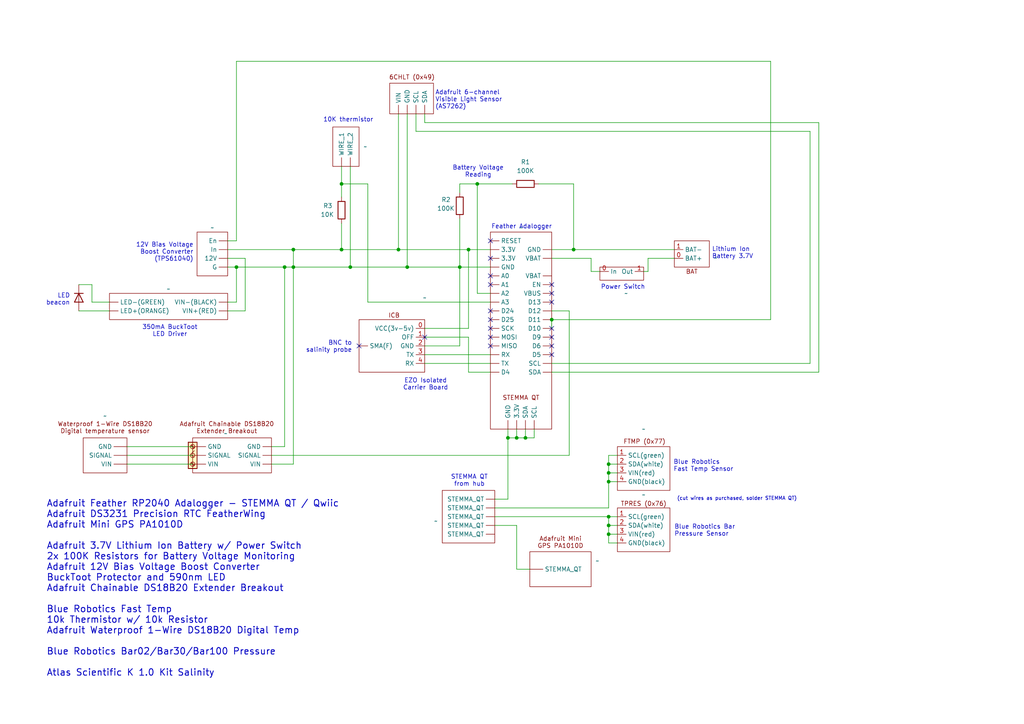
<source format=kicad_sch>
(kicad_sch (version 20231120) (generator "eeschema") (generator_version "8.0")
  (paper "A4")
  (title_block (title "SeaLabMOS (all sensors)") (date "2025-09-21") (rev "1") (company "Aspect Wave LLC") (comment 1 "LED beacon on heatsink") (comment 2 "STEMMA QT ports simplified") (comment 3 "All sensors listed bottom left"))
  (lib_symbols
    (symbol "Device:D" (pin_numbers hide) (pin_names (offset 1.016) hide)
      (property "Reference" "D" (at 0 2.54 0))
      (property "Value" "D" (at 0 -2.54 0))
      (symbol "D_0_1"
        (polyline (pts (xy -1.27 1.27) (xy -1.27 -1.27)) (stroke (width 0.254)))
        (polyline (pts (xy 1.27 0) (xy -1.27 0)))
        (polyline (pts (xy 1.27 1.27) (xy 1.27 -1.27) (xy -1.27 0) (xy 1.27 1.27)) (stroke (width 0.254)))
      )
      (symbol "D_1_1"
        (pin passive line (at -3.81 0 0) (length 2.54) (name "K") (number "1"))
        (pin passive line (at 3.81 0 180) (length 2.54) (name "A") (number "2"))
      )
    )
    (symbol "Device:R" (pin_numbers hide) (pin_names (offset 0))
      (property "Reference" "R" (at 2.032 0 90))
      (property "Value" "R" (at 0 0 90))
      (symbol "R_0_1"
        (rectangle (start -1.016 -2.54) (end 1.016 2.54) (stroke (width 0.254)))
      )
      (symbol "R_1_1"
        (pin passive line (at 0 3.81 270) (length 1.27) (name "~") (number "1"))
        (pin passive line (at 0 -3.81 90) (length 1.27) (name "~") (number "2"))
      )
    )
    (symbol "Soph_parts:AdafruitReedSwitch"
      (property "Reference" "U" (at -3.81 -2.54 0))
      (symbol "AdafruitReedSwitch_0_1"
        (rectangle (start -5.08 -3.81) (end 7.62 -7.62))
      )
      (symbol "AdafruitReedSwitch_1_1"
        (pin bidirectional line (at 7.62 -6.35 180) (length 2.54) (name "In") (number "0"))
        (pin bidirectional line (at -5.08 -6.35 0) (length 2.54) (name "Out") (number "1"))
      )
    )
    (symbol "Soph_parts:Atlas_Scientific_Isolated_Carrier_Board"
      (property "Reference" "AtlastScientificCarrier" (at -8.89 -1.27 0))
      (symbol "Atlas_Scientific_Isolated_Carrier_Board_1_1"
        (rectangle (start -19.05 -6.35) (end 0 -21.59))
        (text private "https://atlas-scientific.com/carrier-boards/electrically-isolated-ezo-carrier-board-gen-2/" (at -2.54 6.35 0) (effects (font (size 1.27 1.27))))
        (text "ICB" (at -8.89 -5.08 0) (effects (font (size 1.27 1.27))))
        (pin bidirectional line (at -19.05 -13.97 0) (length 2.54) (name "SMA(F)") (number ""))
        (pin bidirectional line (at 0 -8.89 180) (length 2.54) (name "VCC(3v-5v)") (number "0"))
        (pin bidirectional line (at 0 -11.43 180) (length 2.54) (name "OFF") (number "1"))
        (pin bidirectional line (at 0 -13.97 180) (length 2.54) (name "GND") (number "2"))
        (pin bidirectional line (at 0 -16.51 180) (length 2.54) (name "TX") (number "3"))
        (pin bidirectional line (at 0 -19.05 180) (length 2.54) (name "RX") (number "4"))
      )
    )
    (symbol "Soph_parts:Blue_Robotics_Bar30_High-Resolution_300m_Depth/Pressure"
      (property "Value" "~" (at 0 0 0))
      (symbol "Blue_Robotics_Bar30_High-Resolution_300m_Depth/Pressure_1_1"
        (rectangle (start -7.62 -3.81) (end 7.62 -16.51))
        (text "TPRES (0x76)" (at 0 -2.54 0) (effects (font (size 1.27 1.27))))
        (pin bidirectional line (at -7.62 -6.35 0) (length 2.54) (name "SCL(green)") (number "1"))
        (pin bidirectional line (at -7.62 -8.89 0) (length 2.54) (name "SDA(white)") (number "2"))
        (pin bidirectional line (at -7.62 -11.43 0) (length 2.54) (name "VIN(red)") (number "3"))
        (pin bidirectional line (at -7.62 -13.97 0) (length 2.54) (name "GND(black)") (number "4"))
      )
    )
    (symbol "Soph_parts:Blue_Robotics_Celsius_Fast-Response,_±0.1°C_Temperature_Sensor"
      (property "Value" "~" (at 0 0 0))
      (symbol "Blue_Robotics_Celsius_Fast-Response,_±0.1°C_Temperature_Sensor_0_1"
        (rectangle (start -7.62 -5.08) (end 7.62 -17.78))
      )
      (symbol "Blue_Robotics_Celsius_Fast-Response,_±0.1°C_Temperature_Sensor_1_1"
        (text private "Celsius Fast-Response, ±0.1°C Temperature Sensor\nhttps://bluerobotics.com/store/electronics/celsius-sensor-r1/" (at 0 -22.86 0) (effects (font (size 1.27 1.27))))
        (text "FTMP (0x77)" (at 0.254 -3.556 0) (effects (font (size 1.27 1.27))))
        (pin bidirectional line (at -7.62 -7.62 0) (length 2.54) (name "SCL(green)") (number "1"))
        (pin bidirectional line (at -7.62 -10.16 0) (length 2.54) (name "SDA(white)") (number "2"))
        (pin bidirectional line (at -7.62 -12.7 0) (length 2.54) (name "VIN(red)") (number "3"))
        (pin bidirectional line (at -7.62 -15.24 0) (length 2.54) (name "GND(black)") (number "4"))
      )
    )
    (symbol "Soph_parts:Lithium_Ion_Polymer_Battery_-_3.7v_100mAh"
      (property "Reference" "U" (at 0 0 0))
      (symbol "Lithium_Ion_Polymer_Battery_-_3.7v_100mAh_0_1"
        (rectangle (start -5.08 -3.81) (end 5.08 -11.43))
      )
      (symbol "Lithium_Ion_Polymer_Battery_-_3.7v_100mAh_1_1"
        (text "BAT" (at 0 -2.54 0) (effects (font (size 1.27 1.27))))
        (text private "Lithium Ion Polymer Battery - 3.7v 100mAh\nhttps://www.adafruit.com/product/1570" (at 0 -16.51 0) (effects (font (size 1.27 1.27))))
        (pin bidirectional line (at 5.08 -6.35 180) (length 2.54) (name "BAT+") (number "0"))
        (pin bidirectional line (at 5.08 -8.89 180) (length 2.54) (name "BAT-") (number "1"))
      )
    )
    (symbol "ctd:7027_bucktoot_350ma"
      (property "Reference" "U" (at 0 -0.254 0))
      (symbol "7027_bucktoot_350ma_0_1"
        (rectangle (start -16.51 -2.54) (end 17.78 -10.16))
      )
      (symbol "7027_bucktoot_350ma_1_1"
        (pin bidirectional line (at 17.78 -5.08 180) (length 2.54) (name "LED+(ORANGE)") (number ""))
        (pin bidirectional line (at 17.78 -7.62 180) (length 2.54) (name "LED-(GREEN)") (number ""))
        (pin bidirectional line (at -16.51 -5.08 0) (length 2.54) (name "VIN+(RED)") (number ""))
        (pin bidirectional line (at -16.51 -7.62 0) (length 2.54) (name "VIN-(BLACK)") (number ""))
      )
    )
    (symbol "ctd:Adafruit_12V_Bias_Voltage_Boost_Converter_-_TPS61040"
      (property "Reference" "U" (at 0 0 0))
      (symbol "Adafruit_12V_Bias_Voltage_Boost_Converter_-_TPS61040_0_1"
        (rectangle (start -5.08 -1.27) (end 3.81 -13.97))
      )
      (symbol "Adafruit_12V_Bias_Voltage_Boost_Converter_-_TPS61040_1_1"
        (pin bidirectional line (at -5.08 -6.35 0) (length 2.54) (name "12V") (number ""))
        (pin bidirectional line (at -5.08 -11.43 0) (length 2.54) (name "En") (number ""))
        (pin bidirectional line (at -5.08 -3.81 0) (length 2.54) (name "G") (number ""))
        (pin bidirectional line (at -5.08 -8.89 0) (length 2.54) (name "In") (number ""))
      )
    )
    (symbol "ctd:Adafruit_AS7262_6-channel_Visible_Light_Sensor"
      (symbol "Adafruit_AS7262_6-channel_Visible_Light_Sensor_0_1"
        (rectangle (start -6.35 -2.54) (end 2.54 -15.24))
      )
      (symbol "Adafruit_AS7262_6-channel_Visible_Light_Sensor_1_1"
        (text "6CHLT (0x49)	" (at 4.318 -12.446 900) (effects (font (size 1.27 1.27))))
        (pin bidirectional line (at -6.35 -7.62 0) (length 2.54) (name "GND") (number ""))
        (pin bidirectional line (at -6.35 -10.16 0) (length 2.54) (name "SCL") (number ""))
        (pin bidirectional line (at -6.35 -12.7 0) (length 2.54) (name "SDA") (number ""))
        (pin bidirectional line (at -6.35 -5.08 0) (length 2.54) (name "VIN") (number ""))
      )
    )
    (symbol "ctd:Adafruit_Chainable_DS18B20_Extender_Breakout_-_STEMMA_JST_PH_2mm"
      (property "Value" "~" (at 5.7785 -3.81 0))
      (symbol "Adafruit_Chainable_DS18B20_Extender_Breakout_-_STEMMA_JST_PH_2mm_0_1"
        (rectangle (start -3.81 -5.08) (end 19.05 -15.24))
      )
      (symbol "Adafruit_Chainable_DS18B20_Extender_Breakout_-_STEMMA_JST_PH_2mm_1_1"
        (circle (center -3.81 -12.7) (radius 0.635) (stroke (width 0.1524)))
        (circle (center -3.81 -10.16) (radius 0.635) (stroke (width 0.1524)))
        (circle (center -3.81 -7.62) (radius 0.635) (stroke (width 0.1524)))
        (rectangle (start -2.54 -13.97) (end -5.08 -6.35) (stroke (width 0.254)) (fill (type background)))
        (polyline (pts (xy -4.3434 -12.3698) (xy -3.4798 -13.208)) (stroke (width 0.1524)))
        (polyline (pts (xy -4.3434 -9.8298) (xy -3.4798 -10.668)) (stroke (width 0.1524)))
        (polyline (pts (xy -4.3434 -7.2898) (xy -3.4798 -8.128)) (stroke (width 0.1524)))
        (polyline (pts (xy -4.1656 -12.192) (xy -3.302 -13.0302)) (stroke (width 0.1524)))
        (polyline (pts (xy -4.1656 -9.652) (xy -3.3274 -8.7884)) (stroke (width 0.1524)))
        (polyline (pts (xy -4.1656 -7.112) (xy -3.302 -7.9502)) (stroke (width 0.1524)))
        (text "Adafruit Chainable DS18B20\nExtender Breakout" (at 6.096 -2.032 0) (effects (font (size 1.27 1.27))))
        (pin passive line (at -3.81 -7.62 0) (length 3.81) (name "GND") (number ""))
        (pin bidirectional line (at 19.05 -7.62 180) (length 2.54) (name "GND") (number ""))
        (pin passive line (at -3.81 -10.16 0) (length 3.81) (name "SIGNAL") (number ""))
        (pin bidirectional line (at 19.05 -10.16 180) (length 2.54) (name "SIGNAL") (number ""))
        (pin passive line (at -3.81 -12.7 0) (length 3.81) (name "VIN") (number ""))
        (pin bidirectional line (at 19.05 -12.7 180) (length 2.54) (name "VIN") (number ""))
      )
    )
    (symbol "ctd:Adafruit_Mini_GPS_PA1010D"
      (symbol "Adafruit_Mini_GPS_PA1010D_0_1"
        (rectangle (start -3.81 -1.27) (end 13.97 -11.43))
      )
      (symbol "Adafruit_Mini_GPS_PA1010D_1_1"
        (text "Adafruit Mini\nGPS PA1010D\n" (at 5.08 1.524 0) (effects (font (size 1.27 1.27))))
        (pin passive line (at -3.81 -6.35 0) (length 3.81) (name "STEMMA_QT") (number ""))
      )
    )
    (symbol "ctd:DS18B20_Sensor"
      (symbol "DS18B20_Sensor_0_1"
        (rectangle (start -6.35 -2.54) (end 6.35 -12.7))
      )
      (symbol "DS18B20_Sensor_1_1"
        (text "Waterproof 1-Wire DS18B20\nDigital temperature sensor" (at 0 0.508 0) (effects (font (size 1.27 1.27))))
        (pin passive line (at 6.35 -5.08 180) (length 3.81) (name "GND") (number ""))
        (pin passive line (at 6.35 -7.62 180) (length 3.81) (name "SIGNAL") (number ""))
        (pin passive line (at 6.35 -10.16 180) (length 3.81) (name "VIN") (number ""))
      )
    )
    (symbol "ctd:Feather_Adalogger"
      (property "Reference" "U" (at 0 0 0))
      (symbol "Feather_Adalogger_0_1"
        (rectangle (start -7.62 -1.27) (end 10.16 -58.42))
      )
      (symbol "Feather_Adalogger_1_1"
        (text "STEMMA QT" (at 1.27 -49.276 0) (effects (font (size 1.27 1.27))))
        (pin bidirectional line (at -7.62 -8.89 0) (length 2.54) (name "3.3V") (number ""))
        (pin bidirectional line (at -7.62 -6.35 0) (length 2.54) (name "3.3V") (number ""))
        (pin bidirectional line (at 0 -58.42 90) (length 2.54) (name "3.3V") (number ""))
        (pin bidirectional line (at -7.62 -13.97 0) (length 2.54) (name "A0") (number ""))
        (pin bidirectional line (at -7.62 -16.51 0) (length 2.54) (name "A1") (number ""))
        (pin bidirectional line (at -7.62 -19.05 0) (length 2.54) (name "A2") (number ""))
        (pin bidirectional line (at -7.62 -21.59 0) (length 2.54) (name "A3") (number ""))
        (pin bidirectional line (at 10.16 -29.21 180) (length 2.54) (name "D10") (number ""))
        (pin bidirectional line (at 10.16 -26.67 180) (length 2.54) (name "D11") (number ""))
        (pin bidirectional line (at 10.16 -24.13 180) (length 2.54) (name "D12") (number ""))
        (pin bidirectional line (at 10.16 -21.59 180) (length 2.54) (name "D13") (number ""))
        (pin bidirectional line (at -7.62 -24.13 0) (length 2.54) (name "D24") (number ""))
        (pin bidirectional line (at -7.62 -26.67 0) (length 2.54) (name "D25") (number ""))
        (pin bidirectional line (at -7.62 -41.91 0) (length 2.54) (name "D4") (number ""))
        (pin bidirectional line (at 10.16 -36.83 180) (length 2.54) (name "D5") (number ""))
        (pin bidirectional line (at 10.16 -34.29 180) (length 2.54) (name "D6") (number ""))
        (pin bidirectional line (at 10.16 -31.75 180) (length 2.54) (name "D9") (number ""))
        (pin bidirectional line (at 10.16 -16.51 180) (length 2.54) (name "EN") (number ""))
        (pin bidirectional line (at -7.62 -11.43 0) (length 2.54) (name "GND") (number ""))
        (pin bidirectional line (at -2.54 -58.42 90) (length 2.54) (name "GND") (number ""))
        (pin bidirectional line (at 10.16 -6.35 180) (length 2.54) (name "GND") (number ""))
        (pin bidirectional line (at -7.62 -34.29 0) (length 2.54) (name "MISO") (number ""))
        (pin bidirectional line (at -7.62 -31.75 0) (length 2.54) (name "MOSI") (number ""))
        (pin bidirectional line (at -7.62 -3.81 0) (length 2.54) (name "RESET") (number ""))
        (pin bidirectional line (at -7.62 -36.83 0) (length 2.54) (name "RX") (number ""))
        (pin bidirectional line (at -7.62 -29.21 0) (length 2.54) (name "SCK") (number ""))
        (pin bidirectional line (at 5.08 -58.42 90) (length 2.54) (name "SCL") (number ""))
        (pin bidirectional line (at 10.16 -39.37 180) (length 2.54) (name "SCL") (number ""))
        (pin bidirectional line (at 2.54 -58.42 90) (length 2.54) (name "SDA") (number ""))
        (pin bidirectional line (at 10.16 -41.91 180) (length 2.54) (name "SDA") (number ""))
        (pin bidirectional line (at -7.62 -39.37 0) (length 2.54) (name "TX") (number ""))
        (pin bidirectional line (at 10.16 -13.97 180) (length 2.54) (name "VBAT") (number ""))
        (pin bidirectional line (at 10.16 -8.89 180) (length 2.54) (name "VBAT") (number ""))
        (pin bidirectional line (at 10.16 -19.05 180) (length 2.54) (name "VBUS") (number ""))
      )
    )
    (symbol "ctd:STEMMA_QT_5_port_passive"
      (property "Reference" "U" (at 0 0 0))
      (symbol "STEMMA_QT_5_port_passive_0_1"
        (rectangle (start -7.62 -2.54) (end 7.62 -17.78))
      )
      (symbol "STEMMA_QT_5_port_passive_1_1"
        (pin bidirectional line (at -7.62 -15.24 0) (length 2.54) (name "STEMMA_QT") (number ""))
        (pin bidirectional line (at -7.62 -12.7 0) (length 2.54) (name "STEMMA_QT") (number ""))
        (pin bidirectional line (at -7.62 -10.16 0) (length 2.54) (name "STEMMA_QT") (number ""))
        (pin bidirectional line (at -7.62 -7.62 0) (length 2.54) (name "STEMMA_QT") (number ""))
        (pin bidirectional line (at -7.62 -5.08 0) (length 2.54) (name "STEMMA_QT") (number ""))
      )
    )
    (symbol "ctd:thermistor"
      (property "Reference" "U" (at 1.778 1.27 0))
      (symbol "thermistor_0_1"
        (rectangle (start -3.81 -1.27) (end 7.62 -8.89))
      )
      (symbol "thermistor_1_1"
        (pin bidirectional line (at -3.81 -3.81 0) (length 2.54) (name "WIRE_1") (number ""))
        (pin bidirectional line (at -3.81 -6.35 0) (length 2.54) (name "WIRE_2") (number ""))
      )
    )
  )
  (junction (at 135.89 72.39))
  (junction (at 99.06 72.39))
  (junction (at 166.37 72.39))
  (junction (at 101.6 77.47))
  (junction (at 133.35 77.47))
  (junction (at 68.58 77.47))
  (junction (at 82.55 77.47))
  (junction (at 152.4 127))
  (junction (at 176.53 137.16))
  (junction (at 147.32 127))
  (junction (at 176.53 152.4))
  (junction (at 85.09 77.47))
  (junction (at 115.57 72.39))
  (junction (at 176.53 139.7))
  (junction (at 149.86 127))
  (junction (at 160.02 92.71))
  (junction (at 176.53 134.62))
  (junction (at 138.43 53.34))
  (junction (at 99.06 53.34))
  (junction (at 118.11 77.47))
  (junction (at 176.53 154.94))
  (junction (at 85.09 72.39))
  (junction (at 176.53 149.86))
  (no_connect (at 160.02 87.63))
  (no_connect (at 160.02 95.25))
  (no_connect (at 142.24 82.55))
  (no_connect (at 142.24 100.33))
  (no_connect (at 160.02 100.33))
  (no_connect (at 160.02 102.87))
  (no_connect (at 142.24 74.93))
  (no_connect (at 160.02 82.55))
  (no_connect (at 104.14 100.33))
  (no_connect (at 142.24 80.01))
  (no_connect (at 142.24 97.79))
  (no_connect (at 160.02 97.79))
  (no_connect (at 142.24 95.25))
  (no_connect (at 142.24 92.71))
  (no_connect (at 142.24 69.85))
  (no_connect (at 160.02 85.09))
  (no_connect (at 123.19 97.79))
  (no_connect (at 142.24 90.17))
  (wire (pts (xy 223.52 17.78) (xy 68.58 17.78)))
  (wire (pts (xy 135.89 72.39) (xy 135.89 95.25)))
  (wire (pts (xy 118.11 33.02) (xy 118.11 77.47)))
  (wire (pts (xy 147.32 144.78) (xy 147.32 127)))
  (wire (pts (xy 176.53 157.48) (xy 179.07 157.48)))
  (wire (pts (xy 176.53 147.32) (xy 176.53 139.7)))
  (wire (pts (xy 135.89 95.25) (xy 123.19 95.25)))
  (wire (pts (xy 85.09 72.39) (xy 99.06 72.39)))
  (wire (pts (xy 176.53 152.4) (xy 176.53 149.86)))
  (wire (pts (xy 120.65 38.1) (xy 234.95 38.1)))
  (wire (pts (xy 154.94 124.46) (xy 154.94 127)))
  (wire (pts (xy 142.24 72.39) (xy 135.89 72.39)))
  (wire (pts (xy 99.06 72.39) (xy 115.57 72.39)))
  (wire (pts (xy 176.53 137.16) (xy 176.53 139.7)))
  (wire (pts (xy 142.24 87.63) (xy 106.68 87.63)))
  (wire (pts (xy 123.19 102.87) (xy 142.24 102.87)))
  (wire (pts (xy 68.58 77.47) (xy 82.55 77.47)))
  (wire (pts (xy 133.35 100.33) (xy 133.35 77.47)))
  (wire (pts (xy 166.37 53.34) (xy 166.37 72.39)))
  (wire (pts (xy 123.19 33.02) (xy 123.19 35.56)))
  (wire (pts (xy 99.06 64.77) (xy 99.06 72.39)))
  (wire (pts (xy 234.95 105.41) (xy 160.02 105.41)))
  (wire (pts (xy 152.4 124.46) (xy 152.4 127)))
  (wire (pts (xy 138.43 85.09) (xy 142.24 85.09)))
  (wire (pts (xy 99.06 53.34) (xy 99.06 57.15)))
  (wire (pts (xy 138.43 53.34) (xy 138.43 85.09)))
  (wire (pts (xy 68.58 69.85) (xy 66.04 69.85)))
  (wire (pts (xy 101.6 48.26) (xy 101.6 77.47)))
  (wire (pts (xy 133.35 77.47) (xy 142.24 77.47)))
  (wire (pts (xy 123.19 100.33) (xy 133.35 100.33)))
  (wire (pts (xy 85.09 77.47) (xy 85.09 72.39)))
  (wire (pts (xy 66.04 74.93) (xy 71.12 74.93)))
  (wire (pts (xy 66.04 90.17) (xy 71.12 90.17)))
  (wire (pts (xy 160.02 92.71) (xy 160.02 95.25)))
  (wire (pts (xy 166.37 53.34) (xy 156.21 53.34)))
  (wire (pts (xy 26.67 82.55) (xy 22.86 82.55)))
  (wire (pts (xy 223.52 92.71) (xy 223.52 17.78)))
  (wire (pts (xy 143.51 144.78) (xy 147.32 144.78)))
  (wire (pts (xy 179.07 149.86) (xy 176.53 149.86)))
  (wire (pts (xy 171.45 78.74) (xy 171.45 74.93)))
  (wire (pts (xy 26.67 87.63) (xy 26.67 82.55)))
  (wire (pts (xy 101.6 77.47) (xy 118.11 77.47)))
  (wire (pts (xy 133.35 77.47) (xy 133.35 63.5)))
  (wire (pts (xy 36.83 134.62) (xy 55.88 134.62)))
  (wire (pts (xy 78.74 132.08) (xy 165.1 132.08)))
  (wire (pts (xy 160.02 72.39) (xy 166.37 72.39)))
  (wire (pts (xy 176.53 154.94) (xy 176.53 157.48)))
  (wire (pts (xy 237.49 107.95) (xy 160.02 107.95)))
  (wire (pts (xy 179.07 139.7) (xy 176.53 139.7)))
  (wire (pts (xy 149.86 152.4) (xy 149.86 165.1)))
  (wire (pts (xy 237.49 35.56) (xy 237.49 107.95)))
  (wire (pts (xy 186.69 78.74) (xy 187.96 78.74)))
  (wire (pts (xy 143.51 152.4) (xy 149.86 152.4)))
  (wire (pts (xy 187.96 74.93) (xy 195.58 74.93)))
  (wire (pts (xy 82.55 77.47) (xy 85.09 77.47)))
  (wire (pts (xy 123.19 35.56) (xy 237.49 35.56)))
  (wire (pts (xy 160.02 90.17) (xy 165.1 90.17)))
  (wire (pts (xy 147.32 127) (xy 149.86 127)))
  (wire (pts (xy 82.55 129.54) (xy 82.55 77.47)))
  (wire (pts (xy 149.86 165.1) (xy 153.67 165.1)))
  (wire (pts (xy 166.37 72.39) (xy 195.58 72.39)))
  (wire (pts (xy 176.53 134.62) (xy 176.53 137.16)))
  (wire (pts (xy 149.86 124.46) (xy 149.86 127)))
  (wire (pts (xy 179.07 137.16) (xy 176.53 137.16)))
  (wire (pts (xy 143.51 147.32) (xy 176.53 147.32)))
  (wire (pts (xy 171.45 78.74) (xy 173.99 78.74)))
  (wire (pts (xy 66.04 72.39) (xy 85.09 72.39)))
  (wire (pts (xy 176.53 132.08) (xy 176.53 134.62)))
  (wire (pts (xy 179.07 132.08) (xy 176.53 132.08)))
  (wire (pts (xy 165.1 90.17) (xy 165.1 132.08)))
  (wire (pts (xy 171.45 74.93) (xy 160.02 74.93)))
  (wire (pts (xy 85.09 134.62) (xy 85.09 77.47)))
  (wire (pts (xy 115.57 72.39) (xy 135.89 72.39)))
  (wire (pts (xy 147.32 124.46) (xy 147.32 127)))
  (wire (pts (xy 133.35 53.34) (xy 133.35 55.88)))
  (wire (pts (xy 143.51 149.86) (xy 176.53 149.86)))
  (wire (pts (xy 149.86 127) (xy 152.4 127)))
  (wire (pts (xy 234.95 38.1) (xy 234.95 105.41)))
  (wire (pts (xy 71.12 74.93) (xy 71.12 90.17)))
  (wire (pts (xy 31.75 87.63) (xy 26.67 87.63)))
  (wire (pts (xy 36.83 129.54) (xy 55.88 129.54)))
  (wire (pts (xy 176.53 152.4) (xy 176.53 154.94)))
  (wire (pts (xy 66.04 77.47) (xy 68.58 77.47)))
  (wire (pts (xy 118.11 77.47) (xy 133.35 77.47)))
  (wire (pts (xy 99.06 48.26) (xy 99.06 53.34)))
  (wire (pts (xy 78.74 134.62) (xy 85.09 134.62)))
  (wire (pts (xy 106.68 53.34) (xy 99.06 53.34)))
  (wire (pts (xy 135.89 107.95) (xy 142.24 107.95)))
  (wire (pts (xy 138.43 53.34) (xy 133.35 53.34)))
  (wire (pts (xy 106.68 87.63) (xy 106.68 53.34)))
  (wire (pts (xy 85.09 77.47) (xy 101.6 77.47)))
  (wire (pts (xy 160.02 92.71) (xy 223.52 92.71)))
  (wire (pts (xy 179.07 152.4) (xy 176.53 152.4)))
  (wire (pts (xy 66.04 87.63) (xy 68.58 87.63)))
  (wire (pts (xy 187.96 78.74) (xy 187.96 74.93)))
  (wire (pts (xy 135.89 97.79) (xy 135.89 107.95)))
  (wire (pts (xy 123.19 105.41) (xy 142.24 105.41)))
  (wire (pts (xy 115.57 33.02) (xy 115.57 72.39)))
  (wire (pts (xy 120.65 33.02) (xy 120.65 38.1)))
  (wire (pts (xy 152.4 127) (xy 154.94 127)))
  (wire (pts (xy 123.19 97.79) (xy 135.89 97.79)))
  (wire (pts (xy 68.58 87.63) (xy 68.58 77.47)))
  (wire (pts (xy 22.86 90.17) (xy 31.75 90.17)))
  (wire (pts (xy 36.83 132.08) (xy 55.88 132.08)))
  (wire (pts (xy 78.74 129.54) (xy 82.55 129.54)))
  (wire (pts (xy 179.07 154.94) (xy 176.53 154.94)))
  (wire (pts (xy 148.59 53.34) (xy 138.43 53.34)))
  (wire (pts (xy 68.58 17.78) (xy 68.58 69.85)))
  (wire (pts (xy 179.07 134.62) (xy 176.53 134.62)))
  (text "(cut wires as purchased, solder STEMMA QT)" (at 196.342 145.288 0) (effects (font (size 1.016 1.016)) (justify left bottom)))
  (text "Blue Robotics Bar\nPressure Sensor" (at 195.58 155.702 0) (effects (font (size 1.27 1.27)) (justify left bottom)))
  (text "12V Bias Voltage\nBoost Converter\n(TPS61040)" (at 56.134 75.946 0) (effects (font (size 1.27 1.27)) (justify right bottom)))
  (text "STEMMA QT\nfrom hub" (at 136.144 141.224 0) (effects (font (size 1.27 1.27)) (justify bottom)))
  (text "Power Switch" (at 174.244 84.074 0) (effects (font (size 1.27 1.27)) (justify left bottom)))
  (text "Battery Voltage\nReading" (at 138.684 51.562 0) (effects (font (size 1.27 1.27)) (justify bottom)))
  (text "Adafruit 6-channel\nVisible Light Sensor\n(AS7262)" (at 126.238 31.75 0) (effects (font (size 1.27 1.27)) (justify left bottom)))
  (text "Lithium Ion\nBattery 3.7V" (at 206.502 75.184 0) (effects (font (size 1.27 1.27)) (justify left bottom)))
  (text "Adafruit Feather RP2040 Adalogger - STEMMA QT / Qwiic\nAdafruit DS3231 Precision RTC FeatherWing\nAdafruit Mini GPS PA1010D\n\nAdafruit 3.7V Lithium Ion Battery w/ Power Switch\n2x 100K Resistors for Battery Voltage Monitoring\nAdafruit 12V Bias Voltage Boost Converter\nBuckToot Protector and 590nm LED\nAdafruit Chainable DS18B20 Extender Breakout\n\nBlue Robotics Fast Temp\n10k Thermistor w/ 10k Resistor\nAdafruit Waterproof 1-Wire DS18B20 Digital Temp\n\nBlue Robotics Bar02/Bar30/Bar100 Pressure\n\nAtlas Scientific K 1.0 Kit Salinity" (at 13.462 196.342 0) (effects (font (size 1.905 1.905) (thickness 0.2381)) (justify left bottom)))
  (text "EZO Isolated\nCarrier Board" (at 123.444 113.284 0) (effects (font (size 1.27 1.27)) (justify bottom)))
  (text "LED\nbeacon" (at 20.32 88.646 0) (effects (font (size 1.27 1.27)) (justify right bottom)))
  (text "Blue Robotics\nFast Temp Sensor" (at 195.326 136.906 0) (effects (font (size 1.27 1.27)) (justify left bottom)))
  (text "BNC to\nsalinity probe" (at 102.108 102.362 0) (effects (font (size 1.27 1.27)) (justify right bottom)))
  (text "Feather Adalogger" (at 142.494 66.548 0) (effects (font (size 1.27 1.27)) (justify left bottom)))
  (text "350mA BuckToot\nLED Driver" (at 49.276 97.79 0) (effects (font (size 1.27 1.27)) (justify bottom)))
  (text "10K thermistor" (at 93.726 35.56 0) (effects (font (size 1.27 1.27)) (justify left bottom)))
  (symbol (lib_id "Device:R") (at 152.4 53.34 90) (unit 1)
    (property "Reference" "R1" (at 152.4 46.99 90))
    (property "Value" "100K" (at 152.4 49.53 90))
    (property "Description" "Resistor" (effects (hide yes)))
  )
  (symbol (lib_id "Device:D") (at 22.86 86.36 270) (unit 1)
    (property "Reference" "D1" (effects (hide yes)))
    (property "Value" "D" (effects (hide yes)))
    (property "Description" "Diode" (effects (hide yes)))
    (property "Sim.Device" "D" (effects (hide yes)))
    (property "Sim.Pins" "1=K 2=A" (effects (hide yes)))
  )
  (symbol (lib_id "ctd:Adafruit_Mini_GPS_PA1010D") (at 157.48 158.75 0) (unit 1)
    (property "Reference" "U14" (effects (hide yes)))
    (property "Value" "~" (at 172.72 162.681 0) (effects (justify left)))
  )
  (symbol (lib_id "ctd:DS18B20_Sensor") (at 30.48 124.46 0) (unit 1)
    (property "Reference" "U12" (effects (hide yes)))
    (property "Value" "~" (at 30.48 120.65 0))
  )
  (symbol (lib_id "Soph_parts:AdafruitReedSwitch") (at 181.61 85.09 180) (unit 1)
    (property "Reference" "U7" (effects (hide yes)))
    (property "Value" "~" (at 181.61 85.09 0))
    (property "Footprint" "Soph_footprints:AdafruitReedSwitch" (effects (hide yes)))
  )
  (symbol (lib_id "ctd:thermistor") (at 95.25 44.45 90) (unit 1)
    (property "Reference" "U9" (effects (hide yes)))
    (property "Value" "~" (at 105.41 42.545 90) (effects (justify right)))
  )
  (symbol (lib_id "Device:R") (at 133.35 59.69 0) (unit 1)
    (property "Reference" "R2" (at 128.016 57.912 0) (effects (justify left)))
    (property "Value" "100K" (at 126.746 60.452 0) (effects (justify left)))
    (property "Description" "Resistor" (effects (hide yes)))
  )
  (symbol (lib_id "ctd:STEMMA_QT_5_port_passive") (at 135.89 139.7 0) (mirror y) (unit 1)
    (property "Reference" "U11" (effects (hide yes)))
    (property "Value" "~" (at 127 151.13 0) (effects (justify left)))
  )
  (symbol (lib_id "ctd:7027_bucktoot_350ma") (at 49.53 95.25 180) (unit 1)
    (property "Reference" "U3" (effects (hide yes)))
    (property "Value" "~" (at 48.895 83.82 0))
  )
  (symbol (lib_id "ctd:Adafruit_Chainable_DS18B20_Extender_Breakout_-_STEMMA_JST_PH_2mm") (at 59.69 121.92 0) (unit 1)
    (property "Reference" "U13" (effects (hide yes)))
    (property "Value" "~" (at 65.4685 125.73 0))
  )
  (symbol (lib_id "Soph_parts:Lithium_Ion_Polymer_Battery_-_3.7v_100mAh") (at 200.66 81.28 180) (unit 1)
    (property "Reference" "U5" (effects (hide yes)))
    (property "Value" "~" (at 207.01 74.8058 0) (effects (justify right)))
  )
  (symbol (lib_id "ctd:Feather_Adalogger") (at 149.86 66.04 0) (unit 1)
    (property "Reference" "U8" (effects (hide yes)))
    (property "Value" "~" (at 151.13 66.04 0))
  )
  (symbol (lib_id "Soph_parts:Blue_Robotics_Celsius_Fast-Response,_±0.1°C_Temperature_Sensor") (at 186.69 124.46 0) (unit 1)
    (property "Reference" "U1" (effects (hide yes)))
    (property "Value" "~" (at 186.69 124.46 0))
  )
  (symbol (lib_id "Soph_parts:Blue_Robotics_Bar30_High-Resolution_300m_Depth/Pressure") (at 186.69 143.51 0) (unit 1)
    (property "Reference" "U2" (effects (hide yes)))
    (property "Value" "~" (at 186.69 143.51 0))
  )
  (symbol (lib_id "Device:R") (at 99.06 60.96 0) (unit 1)
    (property "Reference" "R3" (at 93.726 59.69 0) (effects (justify left)))
    (property "Value" "10K" (at 92.964 62.23 0) (effects (justify left)))
    (property "Description" "Resistor" (effects (hide yes)))
  )
  (symbol (lib_id "ctd:Adafruit_12V_Bias_Voltage_Boost_Converter_-_TPS61040") (at 60.96 81.28 180) (unit 1)
    (property "Reference" "U4" (effects (hide yes)))
    (property "Value" "~" (at 61.595 66.04 0))
  )
  (symbol (lib_id "Soph_parts:Atlas_Scientific_Isolated_Carrier_Board") (at 123.19 86.36 0) (unit 1)
    (property "Reference" "U6" (effects (hide yes)))
    (property "Value" "~" (at 123.19 86.36 0))
    (property "Footprint" "Soph_footprints:AtlasScientificCarrierBoard" (effects (hide yes)))
  )
  (symbol (lib_id "ctd:Adafruit_AS7262_6-channel_Visible_Light_Sensor") (at 110.49 26.67 90) (unit 1)
    (property "Reference" "U10" (effects (hide yes)))
  )
)
</source>
